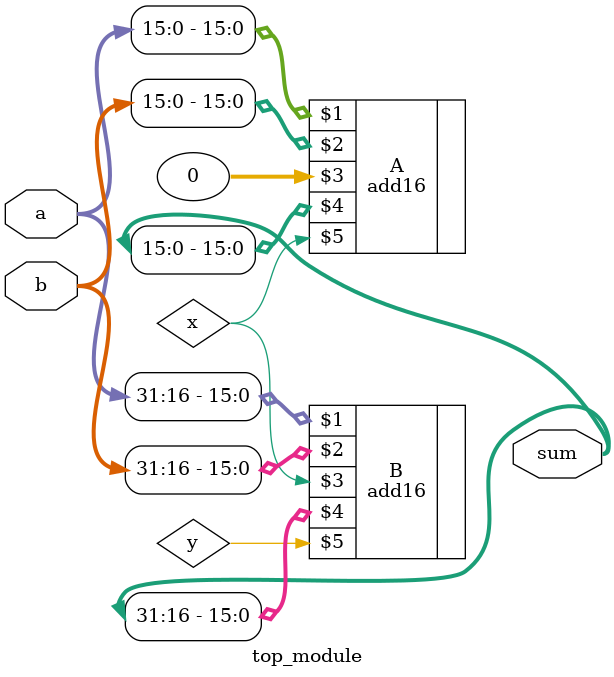
<source format=v>
module top_module(

                input [31:0] a,

                input [31:0] b,

                output [31:0] sum

        );


wire x,y;
add16 A(a[15:0],b[15:0],0,sum[15:0],x);
add16 B(a[31:16],b[31:16],x,sum[31:16],y);


endmodule
/*
   module add16 ( input[15:0] a, input[15:0] b, input cin, output[15:0] sum, output cout );
   endmodule
   */
</source>
